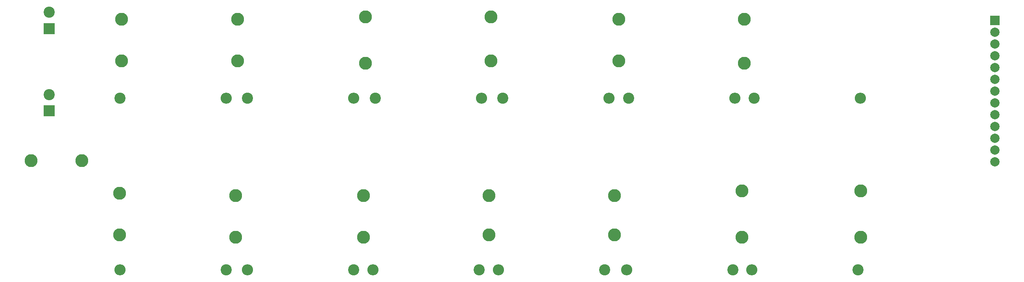
<source format=gbr>
%TF.GenerationSoftware,KiCad,Pcbnew,8.0.4*%
%TF.CreationDate,2024-09-08T23:33:26-07:00*%
%TF.ProjectId,FakePack,46616b65-5061-4636-9b2e-6b696361645f,rev?*%
%TF.SameCoordinates,Original*%
%TF.FileFunction,Soldermask,Bot*%
%TF.FilePolarity,Negative*%
%FSLAX46Y46*%
G04 Gerber Fmt 4.6, Leading zero omitted, Abs format (unit mm)*
G04 Created by KiCad (PCBNEW 8.0.4) date 2024-09-08 23:33:26*
%MOMM*%
%LPD*%
G01*
G04 APERTURE LIST*
%ADD10R,2.400000X2.400000*%
%ADD11C,2.400000*%
%ADD12C,2.800000*%
%ADD13O,2.400000X2.400000*%
%ADD14R,2.000000X2.000000*%
%ADD15C,2.000000*%
G04 APERTURE END LIST*
D10*
%TO.C,J3*%
X23900000Y-28500000D03*
D11*
X23900000Y-25000000D03*
%TD*%
D12*
%TO.C,TP3*%
X64500000Y-35500000D03*
%TD*%
%TO.C,TP8*%
X119000000Y-26000000D03*
%TD*%
%TO.C,TP13*%
X198570000Y-73500000D03*
%TD*%
D11*
%TO.C,R3*%
X94140000Y-43500000D03*
D13*
X117000000Y-43500000D03*
%TD*%
D12*
%TO.C,TP26*%
X39070000Y-64000000D03*
%TD*%
D11*
%TO.C,R2*%
X66640000Y-43500000D03*
D13*
X89500000Y-43500000D03*
%TD*%
D12*
%TO.C,TP4*%
X64500000Y-26500000D03*
%TD*%
%TO.C,TP2*%
X39500000Y-26500000D03*
%TD*%
D11*
%TO.C,R7*%
X198000000Y-80500000D03*
D13*
X175140000Y-80500000D03*
%TD*%
D14*
%TO.C,J4*%
X227500000Y-26800000D03*
D15*
X227500000Y-29340000D03*
X227500000Y-31880000D03*
X227500000Y-34420000D03*
X227500000Y-36960000D03*
X227500000Y-39500000D03*
X227500000Y-42040000D03*
X227500000Y-44580000D03*
X227500000Y-47120000D03*
X227500000Y-49660000D03*
X227500000Y-52200000D03*
X227500000Y-54740000D03*
X227500000Y-57280000D03*
%TD*%
D12*
%TO.C,TP9*%
X146500000Y-35500000D03*
%TD*%
%TO.C,TP23*%
X64070000Y-73500000D03*
%TD*%
%TO.C,TP25*%
X39070000Y-73000000D03*
%TD*%
%TO.C,TP15*%
X173070000Y-73500000D03*
%TD*%
%TO.C,TP10*%
X146500000Y-26500000D03*
%TD*%
%TO.C,TP6*%
X92000000Y-26000000D03*
%TD*%
%TO.C,TP28*%
X31000000Y-57000000D03*
%TD*%
D11*
%TO.C,R9*%
X143500000Y-80500000D03*
D13*
X120640000Y-80500000D03*
%TD*%
D12*
%TO.C,TP16*%
X173070000Y-63500000D03*
%TD*%
%TO.C,TP19*%
X118570000Y-73000000D03*
%TD*%
D10*
%TO.C,J3*%
X23900000Y-46250000D03*
D11*
X23900000Y-42750000D03*
%TD*%
D12*
%TO.C,TP5*%
X92000000Y-36000000D03*
%TD*%
%TO.C,TP24*%
X64070000Y-64500000D03*
%TD*%
D11*
%TO.C,R8*%
X171070000Y-80500000D03*
D13*
X148210000Y-80500000D03*
%TD*%
D12*
%TO.C,TP21*%
X91570000Y-73500000D03*
%TD*%
D11*
%TO.C,R1*%
X39140000Y-43500000D03*
D13*
X62000000Y-43500000D03*
%TD*%
D12*
%TO.C,TP22*%
X91570000Y-64500000D03*
%TD*%
D11*
%TO.C,R12*%
X62000000Y-80500000D03*
D13*
X39140000Y-80500000D03*
%TD*%
D11*
%TO.C,R4*%
X121570000Y-43500000D03*
D13*
X144430000Y-43500000D03*
%TD*%
D12*
%TO.C,TP27*%
X20000000Y-57000000D03*
%TD*%
%TO.C,TP1*%
X39500000Y-35500000D03*
%TD*%
%TO.C,TP7*%
X119000000Y-35500000D03*
%TD*%
%TO.C,TP18*%
X145570000Y-64500000D03*
%TD*%
%TO.C,TP12*%
X173500000Y-26500000D03*
%TD*%
D11*
%TO.C,R6*%
X175640000Y-43500000D03*
D13*
X198500000Y-43500000D03*
%TD*%
D11*
%TO.C,R5*%
X148640000Y-43500000D03*
D13*
X171500000Y-43500000D03*
%TD*%
D12*
%TO.C,TP17*%
X145570000Y-73000000D03*
%TD*%
%TO.C,TP11*%
X173500000Y-36000000D03*
%TD*%
%TO.C,TP20*%
X118570000Y-64500000D03*
%TD*%
D11*
%TO.C,R11*%
X89500000Y-80500000D03*
D13*
X66640000Y-80500000D03*
%TD*%
D12*
%TO.C,TP14*%
X198570000Y-63500000D03*
%TD*%
D11*
%TO.C,R10*%
X116500000Y-80500000D03*
D13*
X93640000Y-80500000D03*
%TD*%
M02*

</source>
